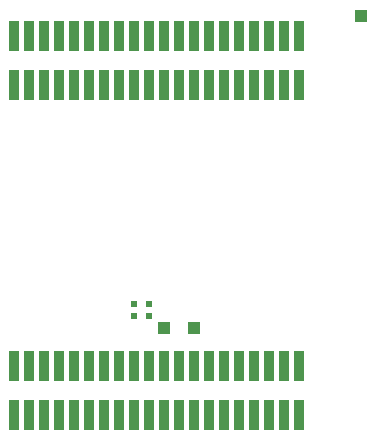
<source format=gbp>
%FSLAX24Y24*%
%MOIN*%
G70*
G01*
G75*
G04 Layer_Color=128*
%ADD10C,0.0060*%
%ADD11O,0.0256X0.0079*%
%ADD12O,0.0079X0.0256*%
%ADD13R,0.1850X0.1850*%
%ADD14R,0.0295X0.0315*%
%ADD15R,0.0197X0.0256*%
%ADD16C,0.0394*%
%ADD17R,0.1181X0.0300*%
%ADD18R,0.2000X0.0950*%
%ADD19R,0.0299X0.0945*%
%ADD20R,0.0400X0.0300*%
%ADD21C,0.0098*%
G04:AMPARAMS|DCode=22|XSize=47.2mil|YSize=43.3mil|CornerRadius=0mil|HoleSize=0mil|Usage=FLASHONLY|Rotation=45.000|XOffset=0mil|YOffset=0mil|HoleType=Round|Shape=Rectangle|*
%AMROTATEDRECTD22*
4,1,4,-0.0014,-0.0320,-0.0320,-0.0014,0.0014,0.0320,0.0320,0.0014,-0.0014,-0.0320,0.0*
%
%ADD22ROTATEDRECTD22*%

%ADD23R,0.1083X0.0350*%
%ADD24R,0.0197X0.0236*%
%ADD25R,0.0315X0.0295*%
%ADD26R,0.0236X0.0157*%
%ADD27R,0.0236X0.0217*%
%ADD28C,0.0079*%
G04:AMPARAMS|DCode=29|XSize=19.7mil|YSize=23.6mil|CornerRadius=0mil|HoleSize=0mil|Usage=FLASHONLY|Rotation=45.000|XOffset=0mil|YOffset=0mil|HoleType=Round|Shape=Rectangle|*
%AMROTATEDRECTD29*
4,1,4,0.0014,-0.0153,-0.0153,0.0014,-0.0014,0.0153,0.0153,-0.0014,0.0014,-0.0153,0.0*
%
%ADD29ROTATEDRECTD29*%

%ADD30R,0.0217X0.0236*%
%ADD31R,0.0394X0.0709*%
%ADD32R,0.0236X0.0197*%
%ADD33C,0.0090*%
%ADD34C,0.0080*%
%ADD35C,0.0300*%
%ADD36C,0.0150*%
%ADD37C,0.0100*%
%ADD38C,0.0591*%
%ADD39R,0.0591X0.0591*%
%ADD40C,0.0354*%
%ADD41C,0.0236*%
%ADD42R,0.0354X0.1043*%
%ADD43R,0.0394X0.0394*%
%ADD44R,0.0394X0.0394*%
%ADD45C,0.0098*%
%ADD46C,0.0039*%
%ADD47C,0.0079*%
%ADD48C,0.0118*%
%ADD49C,0.0059*%
%ADD50C,0.0050*%
%ADD51R,0.0420X0.1300*%
%ADD52C,0.0240*%
%ADD53O,0.0316X0.0139*%
%ADD54O,0.0139X0.0316*%
%ADD55R,0.1910X0.1910*%
%ADD56R,0.0355X0.0375*%
%ADD57R,0.0257X0.0316*%
%ADD58C,0.0787*%
%ADD59R,0.1241X0.0360*%
%ADD60R,0.2060X0.1010*%
%ADD61R,0.0359X0.1005*%
%ADD62R,0.0460X0.0360*%
%ADD63C,0.0158*%
G04:AMPARAMS|DCode=64|XSize=53.2mil|YSize=49.3mil|CornerRadius=0mil|HoleSize=0mil|Usage=FLASHONLY|Rotation=45.000|XOffset=0mil|YOffset=0mil|HoleType=Round|Shape=Rectangle|*
%AMROTATEDRECTD64*
4,1,4,-0.0014,-0.0363,-0.0363,-0.0014,0.0014,0.0363,0.0363,0.0014,-0.0014,-0.0363,0.0*
%
%ADD64ROTATEDRECTD64*%

%ADD65R,0.1143X0.0410*%
%ADD66R,0.0257X0.0296*%
%ADD67R,0.0375X0.0355*%
%ADD68R,0.0296X0.0217*%
%ADD69R,0.0296X0.0277*%
%ADD70C,0.0139*%
G04:AMPARAMS|DCode=71|XSize=25.7mil|YSize=29.6mil|CornerRadius=0mil|HoleSize=0mil|Usage=FLASHONLY|Rotation=45.000|XOffset=0mil|YOffset=0mil|HoleType=Round|Shape=Rectangle|*
%AMROTATEDRECTD71*
4,1,4,0.0014,-0.0196,-0.0196,0.0014,-0.0014,0.0196,0.0196,-0.0014,0.0014,-0.0196,0.0*
%
%ADD71ROTATEDRECTD71*%

%ADD72R,0.0277X0.0296*%
%ADD73R,0.0454X0.0769*%
%ADD74R,0.0296X0.0257*%
%ADD75C,0.0651*%
%ADD76R,0.0651X0.0651*%
%ADD77C,0.0414*%
%ADD78C,0.0454*%
%ADD79R,0.2063X0.1016*%
%ADD80R,0.2083X0.1028*%
%ADD81R,0.0414X0.1103*%
%ADD82R,0.0454X0.0454*%
%ADD83R,0.0454X0.0454*%
D30*
X13650Y4803D02*
D03*
Y5197D02*
D03*
X13150Y4803D02*
D03*
Y5197D02*
D03*
D42*
X18650Y3149D02*
D03*
X18150D02*
D03*
X17650D02*
D03*
X17150D02*
D03*
X16650D02*
D03*
X16150D02*
D03*
X15650D02*
D03*
X15150D02*
D03*
X14650D02*
D03*
X14150D02*
D03*
X13650D02*
D03*
X13150D02*
D03*
X12650D02*
D03*
X12150D02*
D03*
X11650D02*
D03*
X11150D02*
D03*
X10650D02*
D03*
X10150D02*
D03*
X9650D02*
D03*
X9150D02*
D03*
X18650Y1511D02*
D03*
X18150D02*
D03*
X17650D02*
D03*
X17150D02*
D03*
X16650D02*
D03*
X16150D02*
D03*
X15650D02*
D03*
X15150D02*
D03*
X14650D02*
D03*
X14150D02*
D03*
X13650D02*
D03*
X13150D02*
D03*
X12650D02*
D03*
X12150D02*
D03*
X11650D02*
D03*
X11150D02*
D03*
X10650D02*
D03*
X10150D02*
D03*
X9650D02*
D03*
X9150D02*
D03*
X18650Y14149D02*
D03*
X18150D02*
D03*
X17650D02*
D03*
X17150D02*
D03*
X16650D02*
D03*
X16150D02*
D03*
X15650D02*
D03*
X15150D02*
D03*
X14650D02*
D03*
X14150D02*
D03*
X13650D02*
D03*
X13150D02*
D03*
X12650D02*
D03*
X12150D02*
D03*
X11650D02*
D03*
X11150D02*
D03*
X10650D02*
D03*
X10150D02*
D03*
X9650D02*
D03*
X9150D02*
D03*
X18650Y12511D02*
D03*
X18150D02*
D03*
X17650D02*
D03*
X17150D02*
D03*
X16650D02*
D03*
X16150D02*
D03*
X15650D02*
D03*
X15150D02*
D03*
X14650D02*
D03*
X14150D02*
D03*
X13650D02*
D03*
X13150D02*
D03*
X12650D02*
D03*
X12150D02*
D03*
X11650D02*
D03*
X11150D02*
D03*
X10650D02*
D03*
X10150D02*
D03*
X9650D02*
D03*
X9150D02*
D03*
D43*
X14150Y4400D02*
D03*
X20700Y14800D02*
D03*
D44*
X15150Y4400D02*
D03*
M02*

</source>
